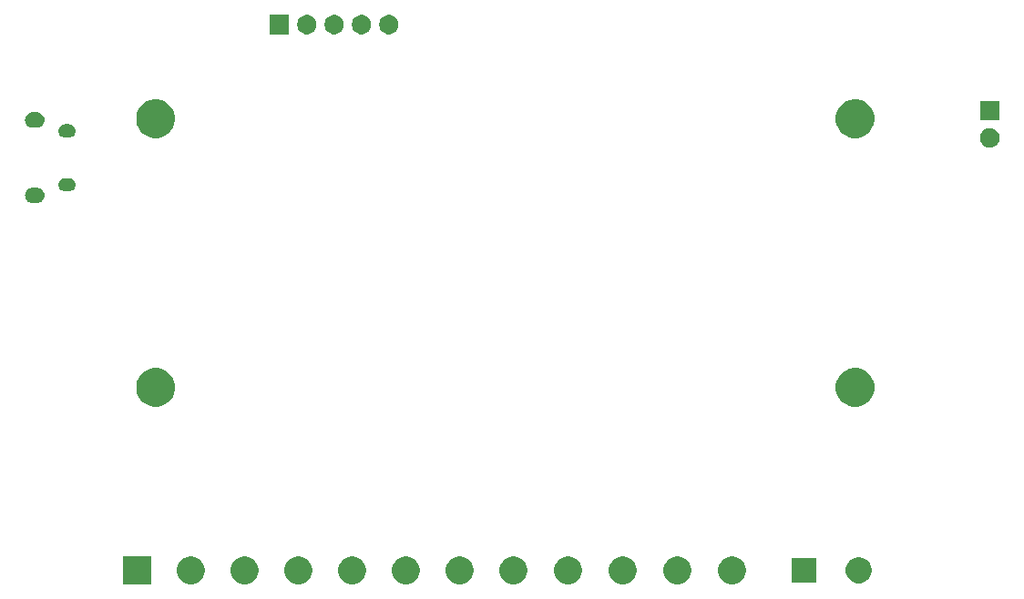
<source format=gbr>
G04 #@! TF.GenerationSoftware,KiCad,Pcbnew,5.1.5*
G04 #@! TF.CreationDate,2020-02-17T18:04:10-05:00*
G04 #@! TF.ProjectId,12V-SmartSwitch,3132562d-536d-4617-9274-537769746368,rev?*
G04 #@! TF.SameCoordinates,Original*
G04 #@! TF.FileFunction,Soldermask,Bot*
G04 #@! TF.FilePolarity,Negative*
%FSLAX46Y46*%
G04 Gerber Fmt 4.6, Leading zero omitted, Abs format (unit mm)*
G04 Created by KiCad (PCBNEW 5.1.5) date 2020-02-17 18:04:10*
%MOMM*%
%LPD*%
G04 APERTURE LIST*
%ADD10C,0.100000*%
G04 APERTURE END LIST*
D10*
G36*
X131949487Y-151498996D02*
G01*
X132181632Y-151595154D01*
X132186255Y-151597069D01*
X132318881Y-151685687D01*
X132399339Y-151739447D01*
X132580553Y-151920661D01*
X132722932Y-152133747D01*
X132821004Y-152370513D01*
X132871000Y-152621861D01*
X132871000Y-152878139D01*
X132821004Y-153129487D01*
X132722932Y-153366253D01*
X132722931Y-153366255D01*
X132580553Y-153579339D01*
X132399339Y-153760553D01*
X132186255Y-153902931D01*
X132186254Y-153902932D01*
X132186253Y-153902932D01*
X131949487Y-154001004D01*
X131698139Y-154051000D01*
X131441861Y-154051000D01*
X131190513Y-154001004D01*
X130953747Y-153902932D01*
X130953746Y-153902932D01*
X130953745Y-153902931D01*
X130740661Y-153760553D01*
X130559447Y-153579339D01*
X130417069Y-153366255D01*
X130417068Y-153366253D01*
X130318996Y-153129487D01*
X130269000Y-152878139D01*
X130269000Y-152621861D01*
X130318996Y-152370513D01*
X130417068Y-152133747D01*
X130559447Y-151920661D01*
X130740661Y-151739447D01*
X130821119Y-151685687D01*
X130953745Y-151597069D01*
X130958368Y-151595154D01*
X131190513Y-151498996D01*
X131441861Y-151449000D01*
X131698139Y-151449000D01*
X131949487Y-151498996D01*
G37*
G36*
X121789487Y-151498996D02*
G01*
X122021632Y-151595154D01*
X122026255Y-151597069D01*
X122158881Y-151685687D01*
X122239339Y-151739447D01*
X122420553Y-151920661D01*
X122562932Y-152133747D01*
X122661004Y-152370513D01*
X122711000Y-152621861D01*
X122711000Y-152878139D01*
X122661004Y-153129487D01*
X122562932Y-153366253D01*
X122562931Y-153366255D01*
X122420553Y-153579339D01*
X122239339Y-153760553D01*
X122026255Y-153902931D01*
X122026254Y-153902932D01*
X122026253Y-153902932D01*
X121789487Y-154001004D01*
X121538139Y-154051000D01*
X121281861Y-154051000D01*
X121030513Y-154001004D01*
X120793747Y-153902932D01*
X120793746Y-153902932D01*
X120793745Y-153902931D01*
X120580661Y-153760553D01*
X120399447Y-153579339D01*
X120257069Y-153366255D01*
X120257068Y-153366253D01*
X120158996Y-153129487D01*
X120109000Y-152878139D01*
X120109000Y-152621861D01*
X120158996Y-152370513D01*
X120257068Y-152133747D01*
X120399447Y-151920661D01*
X120580661Y-151739447D01*
X120661119Y-151685687D01*
X120793745Y-151597069D01*
X120798368Y-151595154D01*
X121030513Y-151498996D01*
X121281861Y-151449000D01*
X121538139Y-151449000D01*
X121789487Y-151498996D01*
G37*
G36*
X116709487Y-151498996D02*
G01*
X116941632Y-151595154D01*
X116946255Y-151597069D01*
X117078881Y-151685687D01*
X117159339Y-151739447D01*
X117340553Y-151920661D01*
X117482932Y-152133747D01*
X117581004Y-152370513D01*
X117631000Y-152621861D01*
X117631000Y-152878139D01*
X117581004Y-153129487D01*
X117482932Y-153366253D01*
X117482931Y-153366255D01*
X117340553Y-153579339D01*
X117159339Y-153760553D01*
X116946255Y-153902931D01*
X116946254Y-153902932D01*
X116946253Y-153902932D01*
X116709487Y-154001004D01*
X116458139Y-154051000D01*
X116201861Y-154051000D01*
X115950513Y-154001004D01*
X115713747Y-153902932D01*
X115713746Y-153902932D01*
X115713745Y-153902931D01*
X115500661Y-153760553D01*
X115319447Y-153579339D01*
X115177069Y-153366255D01*
X115177068Y-153366253D01*
X115078996Y-153129487D01*
X115029000Y-152878139D01*
X115029000Y-152621861D01*
X115078996Y-152370513D01*
X115177068Y-152133747D01*
X115319447Y-151920661D01*
X115500661Y-151739447D01*
X115581119Y-151685687D01*
X115713745Y-151597069D01*
X115718368Y-151595154D01*
X115950513Y-151498996D01*
X116201861Y-151449000D01*
X116458139Y-151449000D01*
X116709487Y-151498996D01*
G37*
G36*
X111629487Y-151498996D02*
G01*
X111861632Y-151595154D01*
X111866255Y-151597069D01*
X111998881Y-151685687D01*
X112079339Y-151739447D01*
X112260553Y-151920661D01*
X112402932Y-152133747D01*
X112501004Y-152370513D01*
X112551000Y-152621861D01*
X112551000Y-152878139D01*
X112501004Y-153129487D01*
X112402932Y-153366253D01*
X112402931Y-153366255D01*
X112260553Y-153579339D01*
X112079339Y-153760553D01*
X111866255Y-153902931D01*
X111866254Y-153902932D01*
X111866253Y-153902932D01*
X111629487Y-154001004D01*
X111378139Y-154051000D01*
X111121861Y-154051000D01*
X110870513Y-154001004D01*
X110633747Y-153902932D01*
X110633746Y-153902932D01*
X110633745Y-153902931D01*
X110420661Y-153760553D01*
X110239447Y-153579339D01*
X110097069Y-153366255D01*
X110097068Y-153366253D01*
X109998996Y-153129487D01*
X109949000Y-152878139D01*
X109949000Y-152621861D01*
X109998996Y-152370513D01*
X110097068Y-152133747D01*
X110239447Y-151920661D01*
X110420661Y-151739447D01*
X110501119Y-151685687D01*
X110633745Y-151597069D01*
X110638368Y-151595154D01*
X110870513Y-151498996D01*
X111121861Y-151449000D01*
X111378139Y-151449000D01*
X111629487Y-151498996D01*
G37*
G36*
X106629487Y-151498996D02*
G01*
X106861632Y-151595154D01*
X106866255Y-151597069D01*
X106998881Y-151685687D01*
X107079339Y-151739447D01*
X107260553Y-151920661D01*
X107402932Y-152133747D01*
X107501004Y-152370513D01*
X107551000Y-152621861D01*
X107551000Y-152878139D01*
X107501004Y-153129487D01*
X107402932Y-153366253D01*
X107402931Y-153366255D01*
X107260553Y-153579339D01*
X107079339Y-153760553D01*
X106866255Y-153902931D01*
X106866254Y-153902932D01*
X106866253Y-153902932D01*
X106629487Y-154001004D01*
X106378139Y-154051000D01*
X106121861Y-154051000D01*
X105870513Y-154001004D01*
X105633747Y-153902932D01*
X105633746Y-153902932D01*
X105633745Y-153902931D01*
X105420661Y-153760553D01*
X105239447Y-153579339D01*
X105097069Y-153366255D01*
X105097068Y-153366253D01*
X104998996Y-153129487D01*
X104949000Y-152878139D01*
X104949000Y-152621861D01*
X104998996Y-152370513D01*
X105097068Y-152133747D01*
X105239447Y-151920661D01*
X105420661Y-151739447D01*
X105501119Y-151685687D01*
X105633745Y-151597069D01*
X105638368Y-151595154D01*
X105870513Y-151498996D01*
X106121861Y-151449000D01*
X106378139Y-151449000D01*
X106629487Y-151498996D01*
G37*
G36*
X101629487Y-151498996D02*
G01*
X101861632Y-151595154D01*
X101866255Y-151597069D01*
X101998881Y-151685687D01*
X102079339Y-151739447D01*
X102260553Y-151920661D01*
X102402932Y-152133747D01*
X102501004Y-152370513D01*
X102551000Y-152621861D01*
X102551000Y-152878139D01*
X102501004Y-153129487D01*
X102402932Y-153366253D01*
X102402931Y-153366255D01*
X102260553Y-153579339D01*
X102079339Y-153760553D01*
X101866255Y-153902931D01*
X101866254Y-153902932D01*
X101866253Y-153902932D01*
X101629487Y-154001004D01*
X101378139Y-154051000D01*
X101121861Y-154051000D01*
X100870513Y-154001004D01*
X100633747Y-153902932D01*
X100633746Y-153902932D01*
X100633745Y-153902931D01*
X100420661Y-153760553D01*
X100239447Y-153579339D01*
X100097069Y-153366255D01*
X100097068Y-153366253D01*
X99998996Y-153129487D01*
X99949000Y-152878139D01*
X99949000Y-152621861D01*
X99998996Y-152370513D01*
X100097068Y-152133747D01*
X100239447Y-151920661D01*
X100420661Y-151739447D01*
X100501119Y-151685687D01*
X100633745Y-151597069D01*
X100638368Y-151595154D01*
X100870513Y-151498996D01*
X101121861Y-151449000D01*
X101378139Y-151449000D01*
X101629487Y-151498996D01*
G37*
G36*
X96629487Y-151498996D02*
G01*
X96861632Y-151595154D01*
X96866255Y-151597069D01*
X96998881Y-151685687D01*
X97079339Y-151739447D01*
X97260553Y-151920661D01*
X97402932Y-152133747D01*
X97501004Y-152370513D01*
X97551000Y-152621861D01*
X97551000Y-152878139D01*
X97501004Y-153129487D01*
X97402932Y-153366253D01*
X97402931Y-153366255D01*
X97260553Y-153579339D01*
X97079339Y-153760553D01*
X96866255Y-153902931D01*
X96866254Y-153902932D01*
X96866253Y-153902932D01*
X96629487Y-154001004D01*
X96378139Y-154051000D01*
X96121861Y-154051000D01*
X95870513Y-154001004D01*
X95633747Y-153902932D01*
X95633746Y-153902932D01*
X95633745Y-153902931D01*
X95420661Y-153760553D01*
X95239447Y-153579339D01*
X95097069Y-153366255D01*
X95097068Y-153366253D01*
X94998996Y-153129487D01*
X94949000Y-152878139D01*
X94949000Y-152621861D01*
X94998996Y-152370513D01*
X95097068Y-152133747D01*
X95239447Y-151920661D01*
X95420661Y-151739447D01*
X95501119Y-151685687D01*
X95633745Y-151597069D01*
X95638368Y-151595154D01*
X95870513Y-151498996D01*
X96121861Y-151449000D01*
X96378139Y-151449000D01*
X96629487Y-151498996D01*
G37*
G36*
X91629487Y-151498996D02*
G01*
X91861632Y-151595154D01*
X91866255Y-151597069D01*
X91998881Y-151685687D01*
X92079339Y-151739447D01*
X92260553Y-151920661D01*
X92402932Y-152133747D01*
X92501004Y-152370513D01*
X92551000Y-152621861D01*
X92551000Y-152878139D01*
X92501004Y-153129487D01*
X92402932Y-153366253D01*
X92402931Y-153366255D01*
X92260553Y-153579339D01*
X92079339Y-153760553D01*
X91866255Y-153902931D01*
X91866254Y-153902932D01*
X91866253Y-153902932D01*
X91629487Y-154001004D01*
X91378139Y-154051000D01*
X91121861Y-154051000D01*
X90870513Y-154001004D01*
X90633747Y-153902932D01*
X90633746Y-153902932D01*
X90633745Y-153902931D01*
X90420661Y-153760553D01*
X90239447Y-153579339D01*
X90097069Y-153366255D01*
X90097068Y-153366253D01*
X89998996Y-153129487D01*
X89949000Y-152878139D01*
X89949000Y-152621861D01*
X89998996Y-152370513D01*
X90097068Y-152133747D01*
X90239447Y-151920661D01*
X90420661Y-151739447D01*
X90501119Y-151685687D01*
X90633745Y-151597069D01*
X90638368Y-151595154D01*
X90870513Y-151498996D01*
X91121861Y-151449000D01*
X91378139Y-151449000D01*
X91629487Y-151498996D01*
G37*
G36*
X86629487Y-151498996D02*
G01*
X86861632Y-151595154D01*
X86866255Y-151597069D01*
X86998881Y-151685687D01*
X87079339Y-151739447D01*
X87260553Y-151920661D01*
X87402932Y-152133747D01*
X87501004Y-152370513D01*
X87551000Y-152621861D01*
X87551000Y-152878139D01*
X87501004Y-153129487D01*
X87402932Y-153366253D01*
X87402931Y-153366255D01*
X87260553Y-153579339D01*
X87079339Y-153760553D01*
X86866255Y-153902931D01*
X86866254Y-153902932D01*
X86866253Y-153902932D01*
X86629487Y-154001004D01*
X86378139Y-154051000D01*
X86121861Y-154051000D01*
X85870513Y-154001004D01*
X85633747Y-153902932D01*
X85633746Y-153902932D01*
X85633745Y-153902931D01*
X85420661Y-153760553D01*
X85239447Y-153579339D01*
X85097069Y-153366255D01*
X85097068Y-153366253D01*
X84998996Y-153129487D01*
X84949000Y-152878139D01*
X84949000Y-152621861D01*
X84998996Y-152370513D01*
X85097068Y-152133747D01*
X85239447Y-151920661D01*
X85420661Y-151739447D01*
X85501119Y-151685687D01*
X85633745Y-151597069D01*
X85638368Y-151595154D01*
X85870513Y-151498996D01*
X86121861Y-151449000D01*
X86378139Y-151449000D01*
X86629487Y-151498996D01*
G37*
G36*
X81629487Y-151498996D02*
G01*
X81861632Y-151595154D01*
X81866255Y-151597069D01*
X81998881Y-151685687D01*
X82079339Y-151739447D01*
X82260553Y-151920661D01*
X82402932Y-152133747D01*
X82501004Y-152370513D01*
X82551000Y-152621861D01*
X82551000Y-152878139D01*
X82501004Y-153129487D01*
X82402932Y-153366253D01*
X82402931Y-153366255D01*
X82260553Y-153579339D01*
X82079339Y-153760553D01*
X81866255Y-153902931D01*
X81866254Y-153902932D01*
X81866253Y-153902932D01*
X81629487Y-154001004D01*
X81378139Y-154051000D01*
X81121861Y-154051000D01*
X80870513Y-154001004D01*
X80633747Y-153902932D01*
X80633746Y-153902932D01*
X80633745Y-153902931D01*
X80420661Y-153760553D01*
X80239447Y-153579339D01*
X80097069Y-153366255D01*
X80097068Y-153366253D01*
X79998996Y-153129487D01*
X79949000Y-152878139D01*
X79949000Y-152621861D01*
X79998996Y-152370513D01*
X80097068Y-152133747D01*
X80239447Y-151920661D01*
X80420661Y-151739447D01*
X80501119Y-151685687D01*
X80633745Y-151597069D01*
X80638368Y-151595154D01*
X80870513Y-151498996D01*
X81121861Y-151449000D01*
X81378139Y-151449000D01*
X81629487Y-151498996D01*
G37*
G36*
X77551000Y-154051000D02*
G01*
X74949000Y-154051000D01*
X74949000Y-151449000D01*
X77551000Y-151449000D01*
X77551000Y-154051000D01*
G37*
G36*
X126869487Y-151498996D02*
G01*
X127101632Y-151595154D01*
X127106255Y-151597069D01*
X127238881Y-151685687D01*
X127319339Y-151739447D01*
X127500553Y-151920661D01*
X127642932Y-152133747D01*
X127741004Y-152370513D01*
X127791000Y-152621861D01*
X127791000Y-152878139D01*
X127741004Y-153129487D01*
X127642932Y-153366253D01*
X127642931Y-153366255D01*
X127500553Y-153579339D01*
X127319339Y-153760553D01*
X127106255Y-153902931D01*
X127106254Y-153902932D01*
X127106253Y-153902932D01*
X126869487Y-154001004D01*
X126618139Y-154051000D01*
X126361861Y-154051000D01*
X126110513Y-154001004D01*
X125873747Y-153902932D01*
X125873746Y-153902932D01*
X125873745Y-153902931D01*
X125660661Y-153760553D01*
X125479447Y-153579339D01*
X125337069Y-153366255D01*
X125337068Y-153366253D01*
X125238996Y-153129487D01*
X125189000Y-152878139D01*
X125189000Y-152621861D01*
X125238996Y-152370513D01*
X125337068Y-152133747D01*
X125479447Y-151920661D01*
X125660661Y-151739447D01*
X125741119Y-151685687D01*
X125873745Y-151597069D01*
X125878368Y-151595154D01*
X126110513Y-151498996D01*
X126361861Y-151449000D01*
X126618139Y-151449000D01*
X126869487Y-151498996D01*
G37*
G36*
X143680318Y-151595153D02*
G01*
X143898885Y-151685687D01*
X143898887Y-151685688D01*
X144095593Y-151817122D01*
X144262878Y-151984407D01*
X144362663Y-152133747D01*
X144394313Y-152181115D01*
X144484847Y-152399682D01*
X144531000Y-152631710D01*
X144531000Y-152868290D01*
X144484847Y-153100318D01*
X144472764Y-153129488D01*
X144394312Y-153318887D01*
X144262878Y-153515593D01*
X144095593Y-153682878D01*
X143898887Y-153814312D01*
X143898886Y-153814313D01*
X143898885Y-153814313D01*
X143680318Y-153904847D01*
X143448290Y-153951000D01*
X143211710Y-153951000D01*
X142979682Y-153904847D01*
X142761115Y-153814313D01*
X142761114Y-153814313D01*
X142761113Y-153814312D01*
X142564407Y-153682878D01*
X142397122Y-153515593D01*
X142265688Y-153318887D01*
X142187236Y-153129488D01*
X142175153Y-153100318D01*
X142129000Y-152868290D01*
X142129000Y-152631710D01*
X142175153Y-152399682D01*
X142265687Y-152181115D01*
X142297337Y-152133747D01*
X142397122Y-151984407D01*
X142564407Y-151817122D01*
X142761113Y-151685688D01*
X142761115Y-151685687D01*
X142979682Y-151595153D01*
X143211710Y-151549000D01*
X143448290Y-151549000D01*
X143680318Y-151595153D01*
G37*
G36*
X139401000Y-153901000D02*
G01*
X137099000Y-153901000D01*
X137099000Y-151599000D01*
X139401000Y-151599000D01*
X139401000Y-153901000D01*
G37*
G36*
X78525331Y-134018211D02*
G01*
X78853092Y-134153974D01*
X79148070Y-134351072D01*
X79398928Y-134601930D01*
X79596026Y-134896908D01*
X79731789Y-135224669D01*
X79801000Y-135572616D01*
X79801000Y-135927384D01*
X79731789Y-136275331D01*
X79596026Y-136603092D01*
X79398928Y-136898070D01*
X79148070Y-137148928D01*
X78853092Y-137346026D01*
X78525331Y-137481789D01*
X78177384Y-137551000D01*
X77822616Y-137551000D01*
X77474669Y-137481789D01*
X77146908Y-137346026D01*
X76851930Y-137148928D01*
X76601072Y-136898070D01*
X76403974Y-136603092D01*
X76268211Y-136275331D01*
X76199000Y-135927384D01*
X76199000Y-135572616D01*
X76268211Y-135224669D01*
X76403974Y-134896908D01*
X76601072Y-134601930D01*
X76851930Y-134351072D01*
X77146908Y-134153974D01*
X77474669Y-134018211D01*
X77822616Y-133949000D01*
X78177384Y-133949000D01*
X78525331Y-134018211D01*
G37*
G36*
X143525331Y-134018211D02*
G01*
X143853092Y-134153974D01*
X144148070Y-134351072D01*
X144398928Y-134601930D01*
X144596026Y-134896908D01*
X144731789Y-135224669D01*
X144801000Y-135572616D01*
X144801000Y-135927384D01*
X144731789Y-136275331D01*
X144596026Y-136603092D01*
X144398928Y-136898070D01*
X144148070Y-137148928D01*
X143853092Y-137346026D01*
X143525331Y-137481789D01*
X143177384Y-137551000D01*
X142822616Y-137551000D01*
X142474669Y-137481789D01*
X142146908Y-137346026D01*
X141851930Y-137148928D01*
X141601072Y-136898070D01*
X141403974Y-136603092D01*
X141268211Y-136275331D01*
X141199000Y-135927384D01*
X141199000Y-135572616D01*
X141268211Y-135224669D01*
X141403974Y-134896908D01*
X141601072Y-134601930D01*
X141851930Y-134351072D01*
X142146908Y-134153974D01*
X142474669Y-134018211D01*
X142822616Y-133949000D01*
X143177384Y-133949000D01*
X143525331Y-134018211D01*
G37*
G36*
X66996213Y-117152502D02*
G01*
X67067321Y-117159505D01*
X67204172Y-117201019D01*
X67204175Y-117201020D01*
X67330294Y-117268432D01*
X67440843Y-117359157D01*
X67531568Y-117469706D01*
X67598980Y-117595825D01*
X67598981Y-117595828D01*
X67640495Y-117732679D01*
X67654512Y-117875000D01*
X67640495Y-118017321D01*
X67598981Y-118154172D01*
X67598980Y-118154175D01*
X67531568Y-118280294D01*
X67440843Y-118390843D01*
X67330294Y-118481568D01*
X67204175Y-118548980D01*
X67204172Y-118548981D01*
X67067321Y-118590495D01*
X66996213Y-118597498D01*
X66960660Y-118601000D01*
X66539340Y-118601000D01*
X66503787Y-118597498D01*
X66432679Y-118590495D01*
X66295828Y-118548981D01*
X66295825Y-118548980D01*
X66169706Y-118481568D01*
X66059157Y-118390843D01*
X65968432Y-118280294D01*
X65901020Y-118154175D01*
X65901019Y-118154172D01*
X65859505Y-118017321D01*
X65845488Y-117875000D01*
X65859505Y-117732679D01*
X65901019Y-117595828D01*
X65901020Y-117595825D01*
X65968432Y-117469706D01*
X66059157Y-117359157D01*
X66169706Y-117268432D01*
X66295825Y-117201020D01*
X66295828Y-117201019D01*
X66432679Y-117159505D01*
X66503787Y-117152502D01*
X66539340Y-117149000D01*
X66960660Y-117149000D01*
X66996213Y-117152502D01*
G37*
G36*
X70067818Y-116282696D02*
G01*
X70181105Y-116317062D01*
X70285512Y-116372869D01*
X70377027Y-116447973D01*
X70452131Y-116539488D01*
X70507938Y-116643895D01*
X70542304Y-116757182D01*
X70553907Y-116875000D01*
X70542304Y-116992818D01*
X70507938Y-117106105D01*
X70452131Y-117210512D01*
X70377027Y-117302027D01*
X70285512Y-117377131D01*
X70181105Y-117432938D01*
X70067818Y-117467304D01*
X69979519Y-117476000D01*
X69520481Y-117476000D01*
X69432182Y-117467304D01*
X69318895Y-117432938D01*
X69214488Y-117377131D01*
X69122973Y-117302027D01*
X69047869Y-117210512D01*
X68992062Y-117106105D01*
X68957696Y-116992818D01*
X68946093Y-116875000D01*
X68957696Y-116757182D01*
X68992062Y-116643895D01*
X69047869Y-116539488D01*
X69122973Y-116447973D01*
X69214488Y-116372869D01*
X69318895Y-116317062D01*
X69432182Y-116282696D01*
X69520481Y-116274000D01*
X69979519Y-116274000D01*
X70067818Y-116282696D01*
G37*
G36*
X155613350Y-111643895D02*
G01*
X155762812Y-111673624D01*
X155926784Y-111741544D01*
X156074354Y-111840147D01*
X156199853Y-111965646D01*
X156298456Y-112113216D01*
X156366376Y-112277188D01*
X156401000Y-112451259D01*
X156401000Y-112628741D01*
X156366376Y-112802812D01*
X156298456Y-112966784D01*
X156199853Y-113114354D01*
X156074354Y-113239853D01*
X155926784Y-113338456D01*
X155762812Y-113406376D01*
X155613512Y-113436073D01*
X155588742Y-113441000D01*
X155411258Y-113441000D01*
X155386488Y-113436073D01*
X155237188Y-113406376D01*
X155073216Y-113338456D01*
X154925646Y-113239853D01*
X154800147Y-113114354D01*
X154701544Y-112966784D01*
X154633624Y-112802812D01*
X154599000Y-112628741D01*
X154599000Y-112451259D01*
X154633624Y-112277188D01*
X154701544Y-112113216D01*
X154800147Y-111965646D01*
X154925646Y-111840147D01*
X155073216Y-111741544D01*
X155237188Y-111673624D01*
X155386650Y-111643895D01*
X155411258Y-111639000D01*
X155588742Y-111639000D01*
X155613350Y-111643895D01*
G37*
G36*
X78525331Y-109018211D02*
G01*
X78853092Y-109153974D01*
X79148070Y-109351072D01*
X79398928Y-109601930D01*
X79596026Y-109896908D01*
X79731789Y-110224669D01*
X79801000Y-110572616D01*
X79801000Y-110927384D01*
X79731789Y-111275331D01*
X79596026Y-111603092D01*
X79398928Y-111898070D01*
X79148070Y-112148928D01*
X78853092Y-112346026D01*
X78525331Y-112481789D01*
X78177384Y-112551000D01*
X77822616Y-112551000D01*
X77474669Y-112481789D01*
X77146908Y-112346026D01*
X76851930Y-112148928D01*
X76601072Y-111898070D01*
X76403974Y-111603092D01*
X76268211Y-111275331D01*
X76199000Y-110927384D01*
X76199000Y-110572616D01*
X76268211Y-110224669D01*
X76403974Y-109896908D01*
X76601072Y-109601930D01*
X76851930Y-109351072D01*
X77146908Y-109153974D01*
X77474669Y-109018211D01*
X77822616Y-108949000D01*
X78177384Y-108949000D01*
X78525331Y-109018211D01*
G37*
G36*
X143525331Y-109018211D02*
G01*
X143853092Y-109153974D01*
X144148070Y-109351072D01*
X144398928Y-109601930D01*
X144596026Y-109896908D01*
X144731789Y-110224669D01*
X144801000Y-110572616D01*
X144801000Y-110927384D01*
X144731789Y-111275331D01*
X144596026Y-111603092D01*
X144398928Y-111898070D01*
X144148070Y-112148928D01*
X143853092Y-112346026D01*
X143525331Y-112481789D01*
X143177384Y-112551000D01*
X142822616Y-112551000D01*
X142474669Y-112481789D01*
X142146908Y-112346026D01*
X141851930Y-112148928D01*
X141601072Y-111898070D01*
X141403974Y-111603092D01*
X141268211Y-111275331D01*
X141199000Y-110927384D01*
X141199000Y-110572616D01*
X141268211Y-110224669D01*
X141403974Y-109896908D01*
X141601072Y-109601930D01*
X141851930Y-109351072D01*
X142146908Y-109153974D01*
X142474669Y-109018211D01*
X142822616Y-108949000D01*
X143177384Y-108949000D01*
X143525331Y-109018211D01*
G37*
G36*
X70067818Y-111282696D02*
G01*
X70181105Y-111317062D01*
X70285512Y-111372869D01*
X70377027Y-111447973D01*
X70452131Y-111539488D01*
X70507938Y-111643895D01*
X70542304Y-111757182D01*
X70553907Y-111875000D01*
X70542304Y-111992818D01*
X70507938Y-112106105D01*
X70452131Y-112210512D01*
X70377027Y-112302027D01*
X70285512Y-112377131D01*
X70181105Y-112432938D01*
X70067818Y-112467304D01*
X69979519Y-112476000D01*
X69520481Y-112476000D01*
X69432182Y-112467304D01*
X69318895Y-112432938D01*
X69214488Y-112377131D01*
X69122973Y-112302027D01*
X69047869Y-112210512D01*
X68992062Y-112106105D01*
X68957696Y-111992818D01*
X68946093Y-111875000D01*
X68957696Y-111757182D01*
X68992062Y-111643895D01*
X69047869Y-111539488D01*
X69122973Y-111447973D01*
X69214488Y-111372869D01*
X69318895Y-111317062D01*
X69432182Y-111282696D01*
X69520481Y-111274000D01*
X69979519Y-111274000D01*
X70067818Y-111282696D01*
G37*
G36*
X66996213Y-110152502D02*
G01*
X67067321Y-110159505D01*
X67204172Y-110201019D01*
X67204175Y-110201020D01*
X67330294Y-110268432D01*
X67440843Y-110359157D01*
X67531568Y-110469706D01*
X67598980Y-110595825D01*
X67598981Y-110595828D01*
X67640495Y-110732679D01*
X67654512Y-110875000D01*
X67640495Y-111017321D01*
X67598981Y-111154172D01*
X67598980Y-111154175D01*
X67531568Y-111280294D01*
X67440843Y-111390843D01*
X67330294Y-111481568D01*
X67204175Y-111548980D01*
X67204172Y-111548981D01*
X67067321Y-111590495D01*
X66996213Y-111597498D01*
X66960660Y-111601000D01*
X66539340Y-111601000D01*
X66503787Y-111597498D01*
X66432679Y-111590495D01*
X66295828Y-111548981D01*
X66295825Y-111548980D01*
X66169706Y-111481568D01*
X66059157Y-111390843D01*
X65968432Y-111280294D01*
X65901020Y-111154175D01*
X65901019Y-111154172D01*
X65859505Y-111017321D01*
X65845488Y-110875000D01*
X65859505Y-110732679D01*
X65901019Y-110595828D01*
X65901020Y-110595825D01*
X65968432Y-110469706D01*
X66059157Y-110359157D01*
X66169706Y-110268432D01*
X66295825Y-110201020D01*
X66295828Y-110201019D01*
X66432679Y-110159505D01*
X66503787Y-110152502D01*
X66539340Y-110149000D01*
X66960660Y-110149000D01*
X66996213Y-110152502D01*
G37*
G36*
X156401000Y-110901000D02*
G01*
X154599000Y-110901000D01*
X154599000Y-109099000D01*
X156401000Y-109099000D01*
X156401000Y-110901000D01*
G37*
G36*
X97233512Y-101103927D02*
G01*
X97382812Y-101133624D01*
X97546784Y-101201544D01*
X97694354Y-101300147D01*
X97819853Y-101425646D01*
X97918456Y-101573216D01*
X97986376Y-101737188D01*
X98021000Y-101911259D01*
X98021000Y-102088741D01*
X97986376Y-102262812D01*
X97918456Y-102426784D01*
X97819853Y-102574354D01*
X97694354Y-102699853D01*
X97546784Y-102798456D01*
X97382812Y-102866376D01*
X97233512Y-102896073D01*
X97208742Y-102901000D01*
X97031258Y-102901000D01*
X97006488Y-102896073D01*
X96857188Y-102866376D01*
X96693216Y-102798456D01*
X96545646Y-102699853D01*
X96420147Y-102574354D01*
X96321544Y-102426784D01*
X96253624Y-102262812D01*
X96219000Y-102088741D01*
X96219000Y-101911259D01*
X96253624Y-101737188D01*
X96321544Y-101573216D01*
X96420147Y-101425646D01*
X96545646Y-101300147D01*
X96693216Y-101201544D01*
X96857188Y-101133624D01*
X97006488Y-101103927D01*
X97031258Y-101099000D01*
X97208742Y-101099000D01*
X97233512Y-101103927D01*
G37*
G36*
X99773512Y-101103927D02*
G01*
X99922812Y-101133624D01*
X100086784Y-101201544D01*
X100234354Y-101300147D01*
X100359853Y-101425646D01*
X100458456Y-101573216D01*
X100526376Y-101737188D01*
X100561000Y-101911259D01*
X100561000Y-102088741D01*
X100526376Y-102262812D01*
X100458456Y-102426784D01*
X100359853Y-102574354D01*
X100234354Y-102699853D01*
X100086784Y-102798456D01*
X99922812Y-102866376D01*
X99773512Y-102896073D01*
X99748742Y-102901000D01*
X99571258Y-102901000D01*
X99546488Y-102896073D01*
X99397188Y-102866376D01*
X99233216Y-102798456D01*
X99085646Y-102699853D01*
X98960147Y-102574354D01*
X98861544Y-102426784D01*
X98793624Y-102262812D01*
X98759000Y-102088741D01*
X98759000Y-101911259D01*
X98793624Y-101737188D01*
X98861544Y-101573216D01*
X98960147Y-101425646D01*
X99085646Y-101300147D01*
X99233216Y-101201544D01*
X99397188Y-101133624D01*
X99546488Y-101103927D01*
X99571258Y-101099000D01*
X99748742Y-101099000D01*
X99773512Y-101103927D01*
G37*
G36*
X94693512Y-101103927D02*
G01*
X94842812Y-101133624D01*
X95006784Y-101201544D01*
X95154354Y-101300147D01*
X95279853Y-101425646D01*
X95378456Y-101573216D01*
X95446376Y-101737188D01*
X95481000Y-101911259D01*
X95481000Y-102088741D01*
X95446376Y-102262812D01*
X95378456Y-102426784D01*
X95279853Y-102574354D01*
X95154354Y-102699853D01*
X95006784Y-102798456D01*
X94842812Y-102866376D01*
X94693512Y-102896073D01*
X94668742Y-102901000D01*
X94491258Y-102901000D01*
X94466488Y-102896073D01*
X94317188Y-102866376D01*
X94153216Y-102798456D01*
X94005646Y-102699853D01*
X93880147Y-102574354D01*
X93781544Y-102426784D01*
X93713624Y-102262812D01*
X93679000Y-102088741D01*
X93679000Y-101911259D01*
X93713624Y-101737188D01*
X93781544Y-101573216D01*
X93880147Y-101425646D01*
X94005646Y-101300147D01*
X94153216Y-101201544D01*
X94317188Y-101133624D01*
X94466488Y-101103927D01*
X94491258Y-101099000D01*
X94668742Y-101099000D01*
X94693512Y-101103927D01*
G37*
G36*
X92153512Y-101103927D02*
G01*
X92302812Y-101133624D01*
X92466784Y-101201544D01*
X92614354Y-101300147D01*
X92739853Y-101425646D01*
X92838456Y-101573216D01*
X92906376Y-101737188D01*
X92941000Y-101911259D01*
X92941000Y-102088741D01*
X92906376Y-102262812D01*
X92838456Y-102426784D01*
X92739853Y-102574354D01*
X92614354Y-102699853D01*
X92466784Y-102798456D01*
X92302812Y-102866376D01*
X92153512Y-102896073D01*
X92128742Y-102901000D01*
X91951258Y-102901000D01*
X91926488Y-102896073D01*
X91777188Y-102866376D01*
X91613216Y-102798456D01*
X91465646Y-102699853D01*
X91340147Y-102574354D01*
X91241544Y-102426784D01*
X91173624Y-102262812D01*
X91139000Y-102088741D01*
X91139000Y-101911259D01*
X91173624Y-101737188D01*
X91241544Y-101573216D01*
X91340147Y-101425646D01*
X91465646Y-101300147D01*
X91613216Y-101201544D01*
X91777188Y-101133624D01*
X91926488Y-101103927D01*
X91951258Y-101099000D01*
X92128742Y-101099000D01*
X92153512Y-101103927D01*
G37*
G36*
X90401000Y-102901000D02*
G01*
X88599000Y-102901000D01*
X88599000Y-101099000D01*
X90401000Y-101099000D01*
X90401000Y-102901000D01*
G37*
M02*

</source>
